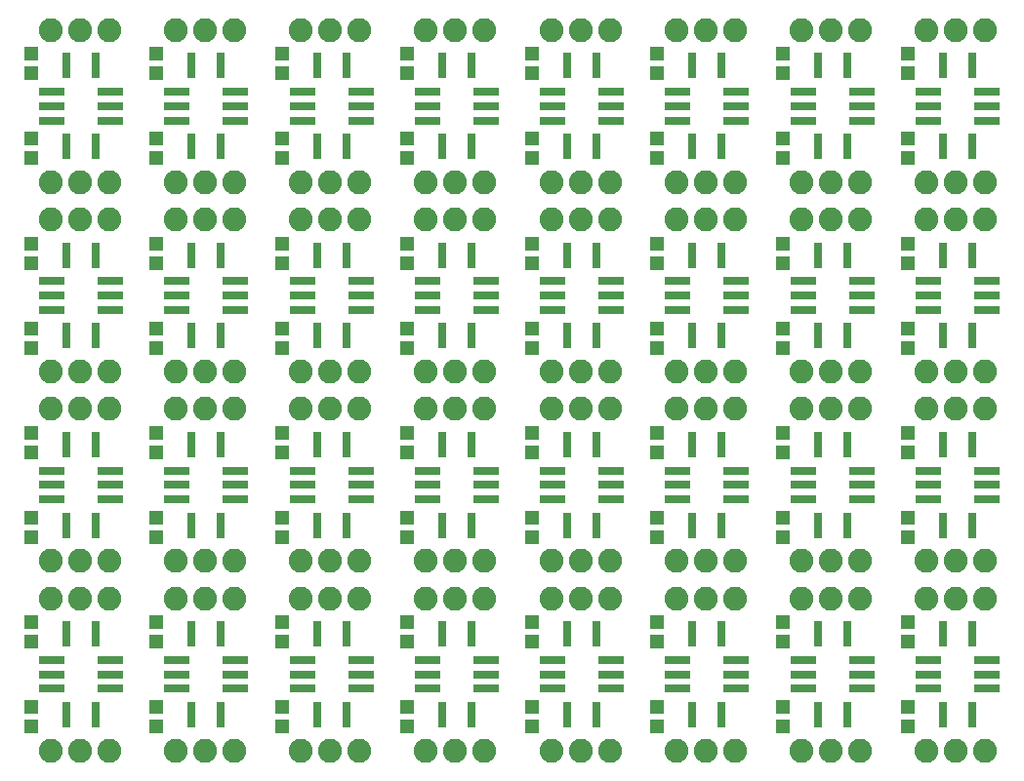
<source format=gts>
G75*
%MOIN*%
%OFA0B0*%
%FSLAX24Y24*%
%IPPOS*%
%LPD*%
%AMOC8*
5,1,8,0,0,1.08239X$1,22.5*
%
%ADD10R,0.0474X0.0513*%
%ADD11C,0.0820*%
%ADD12R,0.0867X0.0316*%
%ADD13R,0.0316X0.0867*%
D10*
X003128Y001455D03*
X003128Y002125D03*
X003128Y004355D03*
X003128Y005025D03*
X003128Y007931D03*
X003128Y008600D03*
X003128Y010831D03*
X003128Y011500D03*
X003128Y014407D03*
X003128Y015076D03*
X003128Y017307D03*
X003128Y017976D03*
X003128Y020882D03*
X003128Y021551D03*
X003128Y023782D03*
X003128Y024451D03*
X007403Y024451D03*
X007403Y023782D03*
X007403Y021551D03*
X007403Y020882D03*
X007403Y017976D03*
X007403Y017307D03*
X007403Y015076D03*
X007403Y014407D03*
X007403Y011500D03*
X007403Y010831D03*
X007403Y008600D03*
X007403Y007931D03*
X007403Y005025D03*
X007403Y004355D03*
X007403Y002125D03*
X007403Y001455D03*
X011679Y001455D03*
X011679Y002125D03*
X011679Y004355D03*
X011679Y005025D03*
X011679Y007931D03*
X011679Y008600D03*
X011679Y010831D03*
X011679Y011500D03*
X011679Y014407D03*
X011679Y015076D03*
X011679Y017307D03*
X011679Y017976D03*
X011679Y020882D03*
X011679Y021551D03*
X011679Y023782D03*
X011679Y024451D03*
X015955Y024451D03*
X015955Y023782D03*
X015955Y021551D03*
X015955Y020882D03*
X015955Y017976D03*
X015955Y017307D03*
X015955Y015076D03*
X015955Y014407D03*
X015955Y011500D03*
X015955Y010831D03*
X015955Y008600D03*
X015955Y007931D03*
X015955Y005025D03*
X015955Y004355D03*
X015955Y002125D03*
X015955Y001455D03*
X020230Y001455D03*
X020230Y002125D03*
X020230Y004355D03*
X020230Y005025D03*
X020230Y007931D03*
X020230Y008600D03*
X020230Y010831D03*
X020230Y011500D03*
X020230Y014407D03*
X020230Y015076D03*
X020230Y017307D03*
X020230Y017976D03*
X020230Y020882D03*
X020230Y021551D03*
X020230Y023782D03*
X020230Y024451D03*
X024506Y024451D03*
X024506Y023782D03*
X024506Y021551D03*
X024506Y020882D03*
X028781Y020882D03*
X028781Y021551D03*
X028781Y023782D03*
X028781Y024451D03*
X033057Y024451D03*
X033057Y023782D03*
X033057Y021551D03*
X033057Y020882D03*
X033057Y017976D03*
X033057Y017307D03*
X033057Y015076D03*
X033057Y014407D03*
X033057Y011500D03*
X033057Y010831D03*
X033057Y008600D03*
X033057Y007931D03*
X033057Y005025D03*
X033057Y004355D03*
X033057Y002125D03*
X033057Y001455D03*
X028781Y001455D03*
X028781Y002125D03*
X028781Y004355D03*
X028781Y005025D03*
X024506Y005025D03*
X024506Y004355D03*
X024506Y002125D03*
X024506Y001455D03*
X024506Y007931D03*
X024506Y008600D03*
X024506Y010831D03*
X024506Y011500D03*
X028781Y011500D03*
X028781Y010831D03*
X028781Y008600D03*
X028781Y007931D03*
X028781Y014407D03*
X028781Y015076D03*
X028781Y017307D03*
X028781Y017976D03*
X024506Y017976D03*
X024506Y017307D03*
X024506Y015076D03*
X024506Y014407D03*
D11*
X025156Y013591D03*
X026156Y013591D03*
X027156Y013591D03*
X027156Y012316D03*
X026156Y012316D03*
X025156Y012316D03*
X022880Y012316D03*
X021880Y012316D03*
X020880Y012316D03*
X020880Y013591D03*
X021880Y013591D03*
X022880Y013591D03*
X018605Y013591D03*
X017605Y013591D03*
X016605Y013591D03*
X016605Y012316D03*
X017605Y012316D03*
X018605Y012316D03*
X014329Y012316D03*
X013329Y012316D03*
X012329Y012316D03*
X012329Y013591D03*
X013329Y013591D03*
X014329Y013591D03*
X010053Y013591D03*
X009053Y013591D03*
X008053Y013591D03*
X008053Y012316D03*
X009053Y012316D03*
X010053Y012316D03*
X005778Y012316D03*
X004778Y012316D03*
X003778Y012316D03*
X003778Y013591D03*
X004778Y013591D03*
X005778Y013591D03*
X005778Y018791D03*
X004778Y018791D03*
X003778Y018791D03*
X003778Y020067D03*
X004778Y020067D03*
X005778Y020067D03*
X008053Y020067D03*
X009053Y020067D03*
X010053Y020067D03*
X010053Y018791D03*
X009053Y018791D03*
X008053Y018791D03*
X012329Y018791D03*
X013329Y018791D03*
X014329Y018791D03*
X014329Y020067D03*
X013329Y020067D03*
X012329Y020067D03*
X016605Y020067D03*
X017605Y020067D03*
X018605Y020067D03*
X018605Y018791D03*
X017605Y018791D03*
X016605Y018791D03*
X020880Y018791D03*
X021880Y018791D03*
X022880Y018791D03*
X022880Y020067D03*
X021880Y020067D03*
X020880Y020067D03*
X025156Y020067D03*
X026156Y020067D03*
X027156Y020067D03*
X027156Y018791D03*
X026156Y018791D03*
X025156Y018791D03*
X029431Y018791D03*
X030431Y018791D03*
X031431Y018791D03*
X031431Y020067D03*
X030431Y020067D03*
X029431Y020067D03*
X033707Y020067D03*
X034707Y020067D03*
X035707Y020067D03*
X035707Y018791D03*
X034707Y018791D03*
X033707Y018791D03*
X033707Y013591D03*
X034707Y013591D03*
X035707Y013591D03*
X035707Y012316D03*
X034707Y012316D03*
X033707Y012316D03*
X031431Y012316D03*
X030431Y012316D03*
X029431Y012316D03*
X029431Y013591D03*
X030431Y013591D03*
X031431Y013591D03*
X031431Y007116D03*
X030431Y007116D03*
X029431Y007116D03*
X029431Y005840D03*
X030431Y005840D03*
X031431Y005840D03*
X033707Y005840D03*
X034707Y005840D03*
X035707Y005840D03*
X035707Y007116D03*
X034707Y007116D03*
X033707Y007116D03*
X027156Y007116D03*
X026156Y007116D03*
X025156Y007116D03*
X025156Y005840D03*
X026156Y005840D03*
X027156Y005840D03*
X022880Y005840D03*
X021880Y005840D03*
X020880Y005840D03*
X020880Y007116D03*
X021880Y007116D03*
X022880Y007116D03*
X018605Y007116D03*
X017605Y007116D03*
X016605Y007116D03*
X016605Y005840D03*
X017605Y005840D03*
X018605Y005840D03*
X014329Y005840D03*
X013329Y005840D03*
X012329Y005840D03*
X012329Y007116D03*
X013329Y007116D03*
X014329Y007116D03*
X010053Y007116D03*
X009053Y007116D03*
X008053Y007116D03*
X008053Y005840D03*
X009053Y005840D03*
X010053Y005840D03*
X005778Y005840D03*
X004778Y005840D03*
X003778Y005840D03*
X003778Y007116D03*
X004778Y007116D03*
X005778Y007116D03*
X005778Y000640D03*
X004778Y000640D03*
X003778Y000640D03*
X008053Y000640D03*
X009053Y000640D03*
X010053Y000640D03*
X012329Y000640D03*
X013329Y000640D03*
X014329Y000640D03*
X016605Y000640D03*
X017605Y000640D03*
X018605Y000640D03*
X020880Y000640D03*
X021880Y000640D03*
X022880Y000640D03*
X025156Y000640D03*
X026156Y000640D03*
X027156Y000640D03*
X029431Y000640D03*
X030431Y000640D03*
X031431Y000640D03*
X033707Y000640D03*
X034707Y000640D03*
X035707Y000640D03*
X035707Y025267D03*
X034707Y025267D03*
X033707Y025267D03*
X031431Y025267D03*
X030431Y025267D03*
X029431Y025267D03*
X027156Y025267D03*
X026156Y025267D03*
X025156Y025267D03*
X022880Y025267D03*
X021880Y025267D03*
X020880Y025267D03*
X018605Y025267D03*
X017605Y025267D03*
X016605Y025267D03*
X014329Y025267D03*
X013329Y025267D03*
X012329Y025267D03*
X010053Y025267D03*
X009053Y025267D03*
X008053Y025267D03*
X005778Y025267D03*
X004778Y025267D03*
X003778Y025267D03*
D12*
X003828Y023159D03*
X003828Y022667D03*
X003828Y022175D03*
X005828Y022175D03*
X005828Y022667D03*
X005828Y023159D03*
X008103Y023159D03*
X008103Y022667D03*
X008103Y022175D03*
X010103Y022175D03*
X010103Y022667D03*
X010103Y023159D03*
X012379Y023159D03*
X012379Y022667D03*
X012379Y022175D03*
X014379Y022175D03*
X014379Y022667D03*
X014379Y023159D03*
X016655Y023159D03*
X016655Y022667D03*
X016655Y022175D03*
X018655Y022175D03*
X018655Y022667D03*
X018655Y023159D03*
X020930Y023159D03*
X020930Y022667D03*
X020930Y022175D03*
X022930Y022175D03*
X022930Y022667D03*
X022930Y023159D03*
X025206Y023159D03*
X025206Y022667D03*
X025206Y022175D03*
X027206Y022175D03*
X027206Y022667D03*
X027206Y023159D03*
X029481Y023159D03*
X029481Y022667D03*
X029481Y022175D03*
X031481Y022175D03*
X031481Y022667D03*
X031481Y023159D03*
X033757Y023159D03*
X033757Y022667D03*
X033757Y022175D03*
X035757Y022175D03*
X035757Y022667D03*
X035757Y023159D03*
X035757Y016683D03*
X035757Y016191D03*
X035757Y015699D03*
X033757Y015699D03*
X033757Y016191D03*
X033757Y016683D03*
X031481Y016683D03*
X031481Y016191D03*
X031481Y015699D03*
X029481Y015699D03*
X029481Y016191D03*
X029481Y016683D03*
X027206Y016683D03*
X027206Y016191D03*
X027206Y015699D03*
X025206Y015699D03*
X025206Y016191D03*
X025206Y016683D03*
X022930Y016683D03*
X022930Y016191D03*
X022930Y015699D03*
X020930Y015699D03*
X020930Y016191D03*
X020930Y016683D03*
X018655Y016683D03*
X018655Y016191D03*
X018655Y015699D03*
X016655Y015699D03*
X016655Y016191D03*
X016655Y016683D03*
X014379Y016683D03*
X014379Y016191D03*
X014379Y015699D03*
X012379Y015699D03*
X012379Y016191D03*
X012379Y016683D03*
X010103Y016683D03*
X010103Y016191D03*
X010103Y015699D03*
X008103Y015699D03*
X008103Y016191D03*
X008103Y016683D03*
X005828Y016683D03*
X005828Y016191D03*
X005828Y015699D03*
X003828Y015699D03*
X003828Y016191D03*
X003828Y016683D03*
X003828Y010208D03*
X003828Y009716D03*
X003828Y009223D03*
X005828Y009223D03*
X005828Y009716D03*
X005828Y010208D03*
X008103Y010208D03*
X008103Y009716D03*
X008103Y009223D03*
X010103Y009223D03*
X010103Y009716D03*
X010103Y010208D03*
X012379Y010208D03*
X012379Y009716D03*
X012379Y009223D03*
X014379Y009223D03*
X014379Y009716D03*
X014379Y010208D03*
X016655Y010208D03*
X016655Y009716D03*
X016655Y009223D03*
X018655Y009223D03*
X018655Y009716D03*
X018655Y010208D03*
X020930Y010208D03*
X020930Y009716D03*
X020930Y009223D03*
X022930Y009223D03*
X022930Y009716D03*
X022930Y010208D03*
X025206Y010208D03*
X025206Y009716D03*
X025206Y009223D03*
X027206Y009223D03*
X027206Y009716D03*
X027206Y010208D03*
X029481Y010208D03*
X029481Y009716D03*
X029481Y009223D03*
X031481Y009223D03*
X031481Y009716D03*
X031481Y010208D03*
X033757Y010208D03*
X033757Y009716D03*
X033757Y009223D03*
X035757Y009223D03*
X035757Y009716D03*
X035757Y010208D03*
X035757Y003732D03*
X035757Y003240D03*
X035757Y002748D03*
X033757Y002748D03*
X033757Y003240D03*
X033757Y003732D03*
X031481Y003732D03*
X031481Y003240D03*
X031481Y002748D03*
X029481Y002748D03*
X029481Y003240D03*
X029481Y003732D03*
X027206Y003732D03*
X027206Y003240D03*
X027206Y002748D03*
X025206Y002748D03*
X025206Y003240D03*
X025206Y003732D03*
X022930Y003732D03*
X022930Y003240D03*
X022930Y002748D03*
X020930Y002748D03*
X020930Y003240D03*
X020930Y003732D03*
X018655Y003732D03*
X018655Y003240D03*
X018655Y002748D03*
X016655Y002748D03*
X016655Y003240D03*
X016655Y003732D03*
X014379Y003732D03*
X014379Y003240D03*
X014379Y002748D03*
X012379Y002748D03*
X012379Y003240D03*
X012379Y003732D03*
X010103Y003732D03*
X010103Y003240D03*
X010103Y002748D03*
X008103Y002748D03*
X008103Y003240D03*
X008103Y003732D03*
X005828Y003732D03*
X005828Y003240D03*
X005828Y002748D03*
X003828Y002748D03*
X003828Y003240D03*
X003828Y003732D03*
D13*
X004328Y004618D03*
X005328Y004618D03*
X008603Y004618D03*
X009603Y004618D03*
X012879Y004618D03*
X013879Y004618D03*
X017155Y004618D03*
X018155Y004618D03*
X021430Y004618D03*
X022430Y004618D03*
X025706Y004618D03*
X026706Y004618D03*
X029981Y004618D03*
X030981Y004618D03*
X034257Y004618D03*
X035257Y004618D03*
X035257Y001862D03*
X034257Y001862D03*
X030981Y001862D03*
X029981Y001862D03*
X026706Y001862D03*
X025706Y001862D03*
X022430Y001862D03*
X021430Y001862D03*
X018155Y001862D03*
X017155Y001862D03*
X013879Y001862D03*
X012879Y001862D03*
X009603Y001862D03*
X008603Y001862D03*
X005328Y001862D03*
X004328Y001862D03*
X004328Y008338D03*
X005328Y008338D03*
X008603Y008338D03*
X009603Y008338D03*
X012879Y008338D03*
X013879Y008338D03*
X017155Y008338D03*
X018155Y008338D03*
X021430Y008338D03*
X022430Y008338D03*
X025706Y008338D03*
X026706Y008338D03*
X029981Y008338D03*
X030981Y008338D03*
X034257Y008338D03*
X035257Y008338D03*
X035257Y011094D03*
X034257Y011094D03*
X030981Y011094D03*
X029981Y011094D03*
X026706Y011094D03*
X025706Y011094D03*
X022430Y011094D03*
X021430Y011094D03*
X018155Y011094D03*
X017155Y011094D03*
X013879Y011094D03*
X012879Y011094D03*
X009603Y011094D03*
X008603Y011094D03*
X005328Y011094D03*
X004328Y011094D03*
X004328Y014813D03*
X005328Y014813D03*
X008603Y014813D03*
X009603Y014813D03*
X012879Y014813D03*
X013879Y014813D03*
X017155Y014813D03*
X018155Y014813D03*
X021430Y014813D03*
X022430Y014813D03*
X025706Y014813D03*
X026706Y014813D03*
X029981Y014813D03*
X030981Y014813D03*
X034257Y014813D03*
X035257Y014813D03*
X035257Y017569D03*
X034257Y017569D03*
X030981Y017569D03*
X029981Y017569D03*
X026706Y017569D03*
X025706Y017569D03*
X022430Y017569D03*
X021430Y017569D03*
X018155Y017569D03*
X017155Y017569D03*
X013879Y017569D03*
X012879Y017569D03*
X009603Y017569D03*
X008603Y017569D03*
X005328Y017569D03*
X004328Y017569D03*
X004328Y021289D03*
X005328Y021289D03*
X008603Y021289D03*
X009603Y021289D03*
X012879Y021289D03*
X013879Y021289D03*
X017155Y021289D03*
X018155Y021289D03*
X021430Y021289D03*
X022430Y021289D03*
X025706Y021289D03*
X026706Y021289D03*
X029981Y021289D03*
X030981Y021289D03*
X034257Y021289D03*
X035257Y021289D03*
X035257Y024045D03*
X034257Y024045D03*
X030981Y024045D03*
X029981Y024045D03*
X026706Y024045D03*
X025706Y024045D03*
X022430Y024045D03*
X021430Y024045D03*
X018155Y024045D03*
X017155Y024045D03*
X013879Y024045D03*
X012879Y024045D03*
X009603Y024045D03*
X008603Y024045D03*
X005328Y024045D03*
X004328Y024045D03*
M02*

</source>
